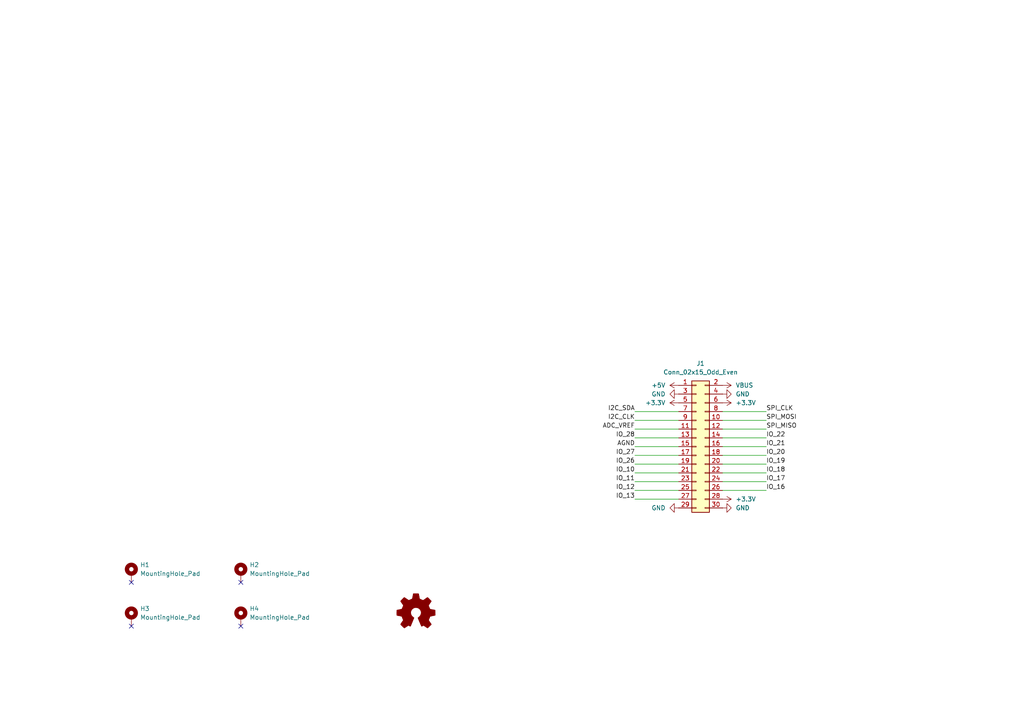
<source format=kicad_sch>
(kicad_sch (version 20250114) (generator "eeschema") (generator_version "9.0")
  (paper "A4")
  (lib_symbols
    (symbol "Connector_Generic:Conn_02x15_Odd_Even" (pin_names (offset 1.016) (hide yes))
      (property "Reference" "J" (at 1.27 20.32 0))
      (property "Value" "Conn_02x15_Odd_Even" (at 1.27 -20.32 0))
      (symbol "Conn_02x15_Odd_Even_1_1"
        (rectangle (start -1.27 19.05) (end 3.81 -19.05) (stroke (width 0.254)) (fill (type background)))
        (rectangle (start -1.27 17.907) (end 0 17.653) (stroke (width 0.1524)))
        (rectangle (start -1.27 15.367) (end 0 15.113) (stroke (width 0.1524)))
        (rectangle (start -1.27 12.827) (end 0 12.573) (stroke (width 0.1524)))
        (rectangle (start -1.27 10.287) (end 0 10.033) (stroke (width 0.1524)))
        (rectangle (start -1.27 7.747) (end 0 7.493) (stroke (width 0.1524)))
        (rectangle (start -1.27 5.207) (end 0 4.953) (stroke (width 0.1524)))
        (rectangle (start -1.27 2.667) (end 0 2.413) (stroke (width 0.1524)))
        (rectangle (start -1.27 0.127) (end 0 -0.127) (stroke (width 0.1524)))
        (rectangle (start -1.27 -2.413) (end 0 -2.667) (stroke (width 0.1524)))
        (rectangle (start -1.27 -4.953) (end 0 -5.207) (stroke (width 0.1524)))
        (rectangle (start -1.27 -7.493) (end 0 -7.747) (stroke (width 0.1524)))
        (rectangle (start -1.27 -10.033) (end 0 -10.287) (stroke (width 0.1524)))
        (rectangle (start -1.27 -12.573) (end 0 -12.827) (stroke (width 0.1524)))
        (rectangle (start -1.27 -15.113) (end 0 -15.367) (stroke (width 0.1524)))
        (rectangle (start -1.27 -17.653) (end 0 -17.907) (stroke (width 0.1524)))
        (rectangle (start 3.81 17.907) (end 2.54 17.653) (stroke (width 0.1524)))
        (rectangle (start 3.81 15.367) (end 2.54 15.113) (stroke (width 0.1524)))
        (rectangle (start 3.81 12.827) (end 2.54 12.573) (stroke (width 0.1524)))
        (rectangle (start 3.81 10.287) (end 2.54 10.033) (stroke (width 0.1524)))
        (rectangle (start 3.81 7.747) (end 2.54 7.493) (stroke (width 0.1524)))
        (rectangle (start 3.81 5.207) (end 2.54 4.953) (stroke (width 0.1524)))
        (rectangle (start 3.81 2.667) (end 2.54 2.413) (stroke (width 0.1524)))
        (rectangle (start 3.81 0.127) (end 2.54 -0.127) (stroke (width 0.1524)))
        (rectangle (start 3.81 -2.413) (end 2.54 -2.667) (stroke (width 0.1524)))
        (rectangle (start 3.81 -4.953) (end 2.54 -5.207) (stroke (width 0.1524)))
        (rectangle (start 3.81 -7.493) (end 2.54 -7.747) (stroke (width 0.1524)))
        (rectangle (start 3.81 -10.033) (end 2.54 -10.287) (stroke (width 0.1524)))
        (rectangle (start 3.81 -12.573) (end 2.54 -12.827) (stroke (width 0.1524)))
        (rectangle (start 3.81 -15.113) (end 2.54 -15.367) (stroke (width 0.1524)))
        (rectangle (start 3.81 -17.653) (end 2.54 -17.907) (stroke (width 0.1524)))
        (pin passive line (at -5.08 17.78 0) (length 3.81) (name "Pin_1") (number "1"))
        (pin passive line (at -5.08 15.24 0) (length 3.81) (name "Pin_3") (number "3"))
        (pin passive line (at -5.08 12.7 0) (length 3.81) (name "Pin_5") (number "5"))
        (pin passive line (at -5.08 10.16 0) (length 3.81) (name "Pin_7") (number "7"))
        (pin passive line (at -5.08 7.62 0) (length 3.81) (name "Pin_9") (number "9"))
        (pin passive line (at -5.08 5.08 0) (length 3.81) (name "Pin_11") (number "11"))
        (pin passive line (at -5.08 2.54 0) (length 3.81) (name "Pin_13") (number "13"))
        (pin passive line (at -5.08 0 0) (length 3.81) (name "Pin_15") (number "15"))
        (pin passive line (at -5.08 -2.54 0) (length 3.81) (name "Pin_17") (number "17"))
        (pin passive line (at -5.08 -5.08 0) (length 3.81) (name "Pin_19") (number "19"))
        (pin passive line (at -5.08 -7.62 0) (length 3.81) (name "Pin_21") (number "21"))
        (pin passive line (at -5.08 -10.16 0) (length 3.81) (name "Pin_23") (number "23"))
        (pin passive line (at -5.08 -12.7 0) (length 3.81) (name "Pin_25") (number "25"))
        (pin passive line (at -5.08 -15.24 0) (length 3.81) (name "Pin_27") (number "27"))
        (pin passive line (at -5.08 -17.78 0) (length 3.81) (name "Pin_29") (number "29"))
        (pin passive line (at 7.62 17.78 180) (length 3.81) (name "Pin_2") (number "2"))
        (pin passive line (at 7.62 15.24 180) (length 3.81) (name "Pin_4") (number "4"))
        (pin passive line (at 7.62 12.7 180) (length 3.81) (name "Pin_6") (number "6"))
        (pin passive line (at 7.62 10.16 180) (length 3.81) (name "Pin_8") (number "8"))
        (pin passive line (at 7.62 7.62 180) (length 3.81) (name "Pin_10") (number "10"))
        (pin passive line (at 7.62 5.08 180) (length 3.81) (name "Pin_12") (number "12"))
        (pin passive line (at 7.62 2.54 180) (length 3.81) (name "Pin_14") (number "14"))
        (pin passive line (at 7.62 0 180) (length 3.81) (name "Pin_16") (number "16"))
        (pin passive line (at 7.62 -2.54 180) (length 3.81) (name "Pin_18") (number "18"))
        (pin passive line (at 7.62 -5.08 180) (length 3.81) (name "Pin_20") (number "20"))
        (pin passive line (at 7.62 -7.62 180) (length 3.81) (name "Pin_22") (number "22"))
        (pin passive line (at 7.62 -10.16 180) (length 3.81) (name "Pin_24") (number "24"))
        (pin passive line (at 7.62 -12.7 180) (length 3.81) (name "Pin_26") (number "26"))
        (pin passive line (at 7.62 -15.24 180) (length 3.81) (name "Pin_28") (number "28"))
        (pin passive line (at 7.62 -17.78 180) (length 3.81) (name "Pin_30") (number "30"))
      )
    )
    (symbol "Graphic:Logo_Open_Hardware_Small" (in_bom no) (on_board no)
      (symbol "Logo_Open_Hardware_Small_0_1"
        (polyline (pts (xy 3.3528 -4.3434) (xy 3.302 -4.318) (xy 3.175 -4.2418) (xy 2.9972 -4.1148) (xy 2.7686 -3.9624) (xy 2.54 -3.81) (xy 2.3622 -3.7084) (xy 2.2352 -3.6068) (xy 2.1844 -3.5814) (xy 2.159 -3.6068) (xy 2.0574 -3.6576) (xy 1.905 -3.7338) (xy 1.8034 -3.7846) (xy 1.6764 -3.8354) (xy 1.6002 -3.8354) (xy 1.6002 -3.8354) (xy 1.5494 -3.7338) (xy 1.4732 -3.5306) (xy 1.3462 -3.302) (xy 1.2446 -3.0226) (xy 1.1176 -2.7178) (xy 0.9652 -2.413) (xy 0.8636 -2.1082) (xy 0.7366 -1.8288) (xy 0.6604 -1.6256) (xy 0.6096 -1.4732) (xy 0.5842 -1.397) (xy 0.5842 -1.397) (xy 0.6604 -1.3208) (xy 0.7874 -1.2446) (xy 1.0414 -1.016) (xy 1.2954 -0.6858) (xy 1.4478 -0.3302) (xy 1.524 0.0762) (xy 1.4732 0.4572) (xy 1.3208 0.8128) (xy 1.0668 1.143) (xy 0.762 1.3716) (xy 0.4064 1.524) (xy 0 1.5748) (xy -0.381 1.5494) (xy -0.7366 1.397) (xy -1.0668 1.143) (xy -1.2192 0.9906) (xy -1.397 0.6604) (xy -1.524 0.3048) (xy -1.524 0.2286) (xy -1.4986 -0.1778) (xy -1.397 -0.5334) (xy -1.1938 -0.8636) (xy -0.9144 -1.143) (xy -0.8636 -1.1684) (xy -0.7366 -1.27) (xy -0.635 -1.3462) (xy -0.5842 -1.397) (xy -1.0668 -2.5908) (xy -1.143 -2.794) (xy -1.2954 -3.1242) (xy -1.397 -3.4036) (xy -1.4986 -3.6322) (xy -1.5748 -3.7846) (xy -1.6002 -3.8354) (xy -1.6002 -3.8354) (xy -1.651 -3.8354) (xy -1.7272 -3.81) (xy -1.905 -3.7338) (xy -2.0066 -3.683) (xy -2.1336 -3.6068) (xy -2.2098 -3.5814) (xy -2.2606 -3.6068) (xy -2.3622 -3.683) (xy -2.54 -3.81) (xy -2.7686 -3.9624) (xy -2.9718 -4.0894) (xy -3.1496 -4.2164) (xy -3.302 -4.318) (xy -3.3528 -4.3434) (xy -3.3782 -4.3434) (xy -3.429 -4.318) (xy -3.5306 -4.2164) (xy -3.7084 -4.064) (xy -3.937 -3.8354) (xy -3.9624 -3.81) (xy -4.1656 -3.6068) (xy -4.318 -3.4544) (xy -4.4196 -3.3274) (xy -4.445 -3.2766) (xy -4.445 -3.2766) (xy -4.4196 -3.2258) (xy -4.318 -3.0734) (xy -4.2164 -2.8956) (xy -4.064 -2.667) (xy -3.6576 -2.0828) (xy -3.8862 -1.5494) (xy -3.937 -1.3716) (xy -4.0386 -1.1684) (xy -4.0894 -1.0414) (xy -4.1148 -0.9652) (xy -4.191 -0.9398) (xy -4.318 -0.9144) (xy -4.5466 -0.8636) (xy -4.8006 -0.8128) (xy -5.0546 -0.7874) (xy -5.2578 -0.7366) (xy -5.4356 -0.7112) (xy -5.5118 -0.6858) (xy -5.5118 -0.6858) (xy -5.5372 -0.635) (xy -5.5372 -0.5588) (xy -5.5372 -0.4318) (xy -5.5626 -0.2286) (xy -5.5626 0.0762) (xy -5.5626 0.127) (xy -5.5372 0.4064) (xy -5.5372 0.635) (xy -5.5372 0.762) (xy -5.5372 0.8382) (xy -5.5372 0.8382) (xy -5.461 0.8382) (xy -5.3086 0.889) (xy -5.08 0.9144) (xy -4.826 0.9652) (xy -4.8006 0.9906) (xy -4.5466 1.0414) (xy -4.318 1.0668) (xy -4.1656 1.1176) (xy -4.0894 1.143) (xy -4.0894 1.143) (xy -4.0386 1.2446) (xy -3.9624 1.4224) (xy -3.8608 1.6256) (xy -3.7846 1.8288) (xy -3.7084 2.0066) (xy -3.6576 2.159) (xy -3.6322 2.2098) (xy -3.6322 2.2098) (xy -3.683 2.286) (xy -3.7592 2.413) (xy -3.8862 2.5908) (xy -4.064 2.8194) (xy -4.064 2.8448) (xy -4.2164 3.0734) (xy -4.3434 3.2512) (xy -4.4196 3.3782) (xy -4.445 3.4544) (xy -4.445 3.4544) (xy -4.3942 3.5052) (xy -4.2926 3.6322) (xy -4.1148 3.81) (xy -3.937 4.0132) (xy -3.8608 4.064) (xy -3.6576 4.2926) (xy -3.5052 4.4196) (xy -3.4036 4.4958) (xy -3.3528 4.5212) (xy -3.3528 4.5212) (xy -3.302 4.4704) (xy -3.1496 4.3688) (xy -2.9718 4.2418) (xy -2.7432 4.0894) (xy -2.7178 4.0894) (xy -2.4892 3.937) (xy -2.3114 3.81) (xy -2.1844 3.7084) (xy -2.1336 3.683) (xy -2.1082 3.683) (xy -2.032 3.7084) (xy -1.8542 3.7592) (xy -1.6764 3.8354) (xy -1.4732 3.937) (xy -1.27 4.0132) (xy -1.143 4.064) (xy -1.0668 4.1148) (xy -1.0668 4.1148) (xy -1.0414 4.191) (xy -1.016 4.3434) (xy -0.9652 4.572) (xy -0.9144 4.8514) (xy -0.889 4.9022) (xy -0.8382 5.1562) (xy -0.8128 5.3848) (xy -0.7874 5.5372) (xy -0.762 5.588) (xy -0.7112 5.6134) (xy -0.5842 5.6134) (xy -0.4064 5.6134) (xy -0.1524 5.6134) (xy 0.0762 5.6134) (xy 0.3302 5.6134) (xy 0.5334 5.6134) (xy 0.6858 5.588) (xy 0.7366 5.588) (xy 0.7366 5.588) (xy 0.762 5.5118) (xy 0.8128 5.334) (xy 0.8382 5.1054) (xy 0.9144 4.826) (xy 0.9144 4.7752) (xy 0.9652 4.5212) (xy 1.016 4.2926) (xy 1.0414 4.1402) (xy 1.0668 4.0894) (xy 1.0668 4.0894) (xy 1.1938 4.0386) (xy 1.3716 3.9624) (xy 1.5748 3.8608) (xy 2.0828 3.6576) (xy 2.7178 4.0894) (xy 2.7686 4.1402) (xy 2.9972 4.2926) (xy 3.175 4.4196) (xy 3.302 4.4958) (xy 3.3782 4.5212) (xy 3.3782 4.5212) (xy 3.429 4.4704) (xy 3.556 4.3434) (xy 3.7338 4.191) (xy 3.9116 3.9878) (xy 4.064 3.8354) (xy 4.2418 3.6576) (xy 4.3434 3.556) (xy 4.4196 3.4798) (xy 4.4196 3.429) (xy 4.4196 3.4036) (xy 4.3942 3.3274) (xy 4.2926 3.2004) (xy 4.1656 2.9972) (xy 4.0132 2.794) (xy 3.8862 2.5908) (xy 3.7592 2.3876) (xy 3.6576 2.2352) (xy 3.6322 2.159) (xy 3.6322 2.1336) (xy 3.683 2.0066) (xy 3.7592 1.8288) (xy 3.8608 1.6002) (xy 4.064 1.1176) (xy 4.3942 1.0414) (xy 4.5974 1.016) (xy 4.8768 0.9652) (xy 5.1308 0.9144) (xy 5.5372 0.8382) (xy 5.5626 -0.6604) (xy 5.4864 -0.6858) (xy 5.4356 -0.6858) (xy 5.2832 -0.7366) (xy 5.0546 -0.762) (xy 4.8006 -0.8128) (xy 4.5974 -0.8636) (xy 4.3688 -0.9144) (xy 4.2164 -0.9398) (xy 4.1402 -0.9398) (xy 4.1148 -0.9652) (xy 4.064 -1.0668) (xy 3.9878 -1.2446) (xy 3.9116 -1.4478) (xy 3.81 -1.651) (xy 3.7338 -1.8542) (xy 3.683 -2.0066) (xy 3.6576 -2.0828) (xy 3.683 -2.1336) (xy 3.7846 -2.2606) (xy 3.8862 -2.4638) (xy 4.0386 -2.667) (xy 4.191 -2.8956) (xy 4.318 -3.0734) (xy 4.3942 -3.2004) (xy 4.445 -3.2766) (xy 4.4196 -3.3274) (xy 4.3434 -3.429) (xy 4.1656 -3.5814) (xy 3.937 -3.8354) (xy 3.8862 -3.8608) (xy 3.683 -4.064) (xy 3.5306 -4.2164) (xy 3.4036 -4.318) (xy 3.3528 -4.3434)) (fill (type outline)))
      )
    )
    (symbol "Mechanical:MountingHole_Pad" (pin_numbers (hide yes)) (pin_names (offset 1.016) (hide yes)) (exclude_from_sim yes) (in_bom no)
      (property "Reference" "H" (at 0 6.35 0))
      (property "Value" "MountingHole_Pad" (at 0 4.445 0))
      (symbol "MountingHole_Pad_0_1"
        (circle (center 0 1.27) (radius 1.27) (stroke (width 1.27)))
      )
      (symbol "MountingHole_Pad_1_1"
        (pin input line (at 0 -2.54 90) (length 2.54) (name "1") (number "1"))
      )
    )
    (symbol "power:+3.3V" (power) (pin_numbers (hide yes)) (pin_names (offset 0) (hide yes))
      (property "Value" "+3.3V" (at 0 3.556 0))
      (symbol "+3.3V_0_1"
        (polyline (pts (xy -0.762 1.27) (xy 0 2.54)))
        (polyline (pts (xy 0 2.54) (xy 0.762 1.27)))
        (polyline (pts (xy 0 0) (xy 0 2.54)))
      )
      (symbol "+3.3V_1_1"
        (pin power_in line (at 0 0 90) (length 0) (name "~") (number "1"))
      )
    )
    (symbol "power:+5V" (power) (pin_numbers (hide yes)) (pin_names (offset 0) (hide yes))
      (property "Value" "+5V" (at 0 3.556 0))
      (symbol "+5V_0_1"
        (polyline (pts (xy -0.762 1.27) (xy 0 2.54)))
        (polyline (pts (xy 0 2.54) (xy 0.762 1.27)))
        (polyline (pts (xy 0 0) (xy 0 2.54)))
      )
      (symbol "+5V_1_1"
        (pin power_in line (at 0 0 90) (length 0) (name "~") (number "1"))
      )
    )
    (symbol "power:GND" (power) (pin_numbers (hide yes)) (pin_names (offset 0) (hide yes))
      (property "Value" "GND" (at 0 -3.81 0))
      (symbol "GND_0_1"
        (polyline (pts (xy 0 0) (xy 0 -1.27) (xy 1.27 -1.27) (xy 0 -2.54) (xy -1.27 -1.27) (xy 0 -1.27)))
      )
      (symbol "GND_1_1"
        (pin power_in line (at 0 0 270) (length 0) (name "~") (number "1"))
      )
    )
    (symbol "power:VBUS" (power) (pin_numbers (hide yes)) (pin_names (offset 0) (hide yes))
      (property "Value" "VBUS" (at 0 3.556 0))
      (symbol "VBUS_0_1"
        (polyline (pts (xy -0.762 1.27) (xy 0 2.54)))
        (polyline (pts (xy 0 2.54) (xy 0.762 1.27)))
        (polyline (pts (xy 0 0) (xy 0 2.54)))
      )
      (symbol "VBUS_1_1"
        (pin power_in line (at 0 0 90) (length 0) (name "~") (number "1"))
      )
    )
  )
  (no_connect (at 38.1 168.91))
  (no_connect (at 38.1 181.61))
  (no_connect (at 69.85 168.91))
  (no_connect (at 69.85 181.61))
  (wire (pts (xy 209.55 129.54) (xy 222.25 129.54)))
  (wire (pts (xy 184.15 139.7) (xy 196.85 139.7)))
  (wire (pts (xy 209.55 134.62) (xy 222.25 134.62)))
  (wire (pts (xy 184.15 127) (xy 196.85 127)))
  (wire (pts (xy 209.55 121.92) (xy 222.25 121.92)))
  (wire (pts (xy 209.55 124.46) (xy 222.25 124.46)))
  (wire (pts (xy 209.55 119.38) (xy 222.25 119.38)))
  (wire (pts (xy 209.55 132.08) (xy 222.25 132.08)))
  (wire (pts (xy 184.15 137.16) (xy 196.85 137.16)))
  (wire (pts (xy 184.15 121.92) (xy 196.85 121.92)))
  (wire (pts (xy 209.55 139.7) (xy 222.25 139.7)))
  (wire (pts (xy 184.15 129.54) (xy 196.85 129.54)))
  (wire (pts (xy 184.15 124.46) (xy 196.85 124.46)))
  (wire (pts (xy 184.15 132.08) (xy 196.85 132.08)))
  (wire (pts (xy 209.55 137.16) (xy 222.25 137.16)))
  (wire (pts (xy 184.15 119.38) (xy 196.85 119.38)))
  (wire (pts (xy 184.15 142.24) (xy 196.85 142.24)))
  (wire (pts (xy 209.55 142.24) (xy 222.25 142.24)))
  (wire (pts (xy 209.55 127) (xy 222.25 127)))
  (wire (pts (xy 184.15 144.78) (xy 196.85 144.78)))
  (wire (pts (xy 184.15 134.62) (xy 196.85 134.62)))
  (label "IO_20" (at 222.25 132.08 0))
  (label "SPI_CLK" (at 222.25 119.38 0))
  (label "IO_19" (at 222.25 134.62 0))
  (label "AGND" (at 184.15 129.54 180))
  (label "IO_27" (at 184.15 132.08 180))
  (label "IO_28" (at 184.15 127 180))
  (label "IO_22" (at 222.25 127 0))
  (label "IO_13" (at 184.15 144.78 180))
  (label "IO_26" (at 184.15 134.62 180))
  (label "I2C_CLK" (at 184.15 121.92 180))
  (label "IO_11" (at 184.15 139.7 180))
  (label "IO_18" (at 222.25 137.16 0))
  (label "SPI_MISO" (at 222.25 124.46 0))
  (label "ADC_VREF" (at 184.15 124.46 180))
  (label "SPI_MOSI" (at 222.25 121.92 0))
  (label "IO_16" (at 222.25 142.24 0))
  (label "IO_21" (at 222.25 129.54 0))
  (label "IO_12" (at 184.15 142.24 180))
  (label "IO_17" (at 222.25 139.7 0))
  (label "IO_10" (at 184.15 137.16 180))
  (label "I2C_SDA" (at 184.15 119.38 180))
  (symbol (lib_id "Graphic:Logo_Open_Hardware_Small") (at 120.65 177.8 0) (unit 1) (exclude_from_sim yes) (in_bom no) (on_board no)
    (property "Reference" "#SYM1" (effects (hide yes)))
    (property "Value" "Logo_Open_Hardware_Small" (effects (hide yes)))
    (property "Description" "Open Hardware logo, small" (effects (hide yes)))
  )
  (symbol (lib_id "power:+3.3V") (at 196.85 116.84 90) (unit 1)
    (property "Reference" "#PWR06" (effects (hide yes)))
    (property "Value" "+3.3V" (at 193.04 116.8401 90) (effects (justify left)))
    (property "Description" "Power symbol creates a global label with name \"+3.3V\"" (effects (hide yes)))
  )
  (symbol (lib_id "power:VBUS") (at 209.55 111.76 270) (unit 1)
    (property "Reference" "#PWR08" (effects (hide yes)))
    (property "Value" "VBUS" (at 213.36 111.7599 90) (effects (justify left)))
    (property "Description" "Power symbol creates a global label with name \"VBUS\"" (effects (hide yes)))
  )
  (symbol (lib_id "power:GND") (at 209.55 114.3 90) (unit 1)
    (property "Reference" "#PWR05" (effects (hide yes)))
    (property "Value" "GND" (at 213.36 114.2999 90) (effects (justify right)))
    (property "Description" "Power symbol creates a global label with name \"GND\" , ground" (effects (hide yes)))
  )
  (symbol (lib_id "Mechanical:MountingHole_Pad") (at 69.85 179.07 0) (unit 1) (exclude_from_sim yes) (in_bom no)
    (property "Reference" "H4" (at 72.39 176.5299 0) (effects (justify left)))
    (property "Value" "MountingHole_Pad" (at 72.39 179.0699 0) (effects (justify left)))
    (property "Footprint" "MountingHole:MountingHole_3.2mm_M3_Pad_Via" (effects (hide yes)))
    (property "Description" "Mounting Hole with connection" (effects (hide yes)))
  )
  (symbol (lib_id "power:GND") (at 196.85 147.32 270) (unit 1)
    (property "Reference" "#PWR019" (effects (hide yes)))
    (property "Value" "GND" (at 193.04 147.3199 90) (effects (justify right)))
    (property "Description" "Power symbol creates a global label with name \"GND\" , ground" (effects (hide yes)))
  )
  (symbol (lib_id "Connector_Generic:Conn_02x15_Odd_Even") (at 201.93 129.54 0) (unit 1)
    (property "Reference" "J1" (at 203.2 105.41 0))
    (property "Value" "Conn_02x15_Odd_Even" (at 203.2 107.95 0))
    (property "Footprint" "Connector_PinSocket_2.54mm:PinSocket_2x15_P2.54mm_Vertical" (effects (hide yes)))
    (property "Description" "Generic connector, double row, 02x15, odd/even pin numbering scheme (row 1 odd numbers, row 2 even numbers), script generated (kicad-library-utils/schlib/autogen/connector/)" (effects (hide yes)))
  )
  (symbol (lib_id "Mechanical:MountingHole_Pad") (at 38.1 166.37 0) (unit 1) (exclude_from_sim yes) (in_bom no)
    (property "Reference" "H1" (at 40.64 163.8299 0) (effects (justify left)))
    (property "Value" "MountingHole_Pad" (at 40.64 166.3699 0) (effects (justify left)))
    (property "Footprint" "MountingHole:MountingHole_3.2mm_M3_Pad_Via" (effects (hide yes)))
    (property "Description" "Mounting Hole with connection" (effects (hide yes)))
  )
  (symbol (lib_id "Mechanical:MountingHole_Pad") (at 38.1 179.07 0) (unit 1) (exclude_from_sim yes) (in_bom no)
    (property "Reference" "H3" (at 40.64 176.5299 0) (effects (justify left)))
    (property "Value" "MountingHole_Pad" (at 40.64 179.0699 0) (effects (justify left)))
    (property "Footprint" "MountingHole:MountingHole_3.2mm_M3_Pad_Via" (effects (hide yes)))
    (property "Description" "Mounting Hole with connection" (effects (hide yes)))
  )
  (symbol (lib_id "Mechanical:MountingHole_Pad") (at 69.85 166.37 0) (unit 1) (exclude_from_sim yes) (in_bom no)
    (property "Reference" "H2" (at 72.39 163.8299 0) (effects (justify left)))
    (property "Value" "MountingHole_Pad" (at 72.39 166.3699 0) (effects (justify left)))
    (property "Footprint" "MountingHole:MountingHole_3.2mm_M3_Pad_Via" (effects (hide yes)))
    (property "Description" "Mounting Hole with connection" (effects (hide yes)))
  )
  (symbol (lib_id "power:+3.3V") (at 209.55 144.78 270) (unit 1)
    (property "Reference" "#PWR021" (effects (hide yes)))
    (property "Value" "+3.3V" (at 213.36 144.7799 90) (effects (justify left)))
    (property "Description" "Power symbol creates a global label with name \"+3.3V\"" (effects (hide yes)))
  )
  (symbol (lib_id "power:GND") (at 196.85 114.3 270) (unit 1)
    (property "Reference" "#PWR013" (effects (hide yes)))
    (property "Value" "GND" (at 193.04 114.2999 90) (effects (justify right)))
    (property "Description" "Power symbol creates a global label with name \"GND\" , ground" (effects (hide yes)))
  )
  (symbol (lib_id "power:+5V") (at 196.85 111.76 90) (unit 1)
    (property "Reference" "#PWR07" (effects (hide yes)))
    (property "Value" "+5V" (at 193.04 111.7599 90) (effects (justify left)))
    (property "Description" "Power symbol creates a global label with name \"+5V\"" (effects (hide yes)))
  )
  (symbol (lib_id "power:GND") (at 209.55 147.32 90) (unit 1)
    (property "Reference" "#PWR020" (effects (hide yes)))
    (property "Value" "GND" (at 213.36 147.3199 90) (effects (justify right)))
    (property "Description" "Power symbol creates a global label with name \"GND\" , ground" (effects (hide yes)))
  )
  (symbol (lib_id "power:+3.3V") (at 209.55 116.84 270) (unit 1)
    (property "Reference" "#PWR018" (effects (hide yes)))
    (property "Value" "+3.3V" (at 213.36 116.8399 90) (effects (justify left)))
    (property "Description" "Power symbol creates a global label with name \"+3.3V\"" (effects (hide yes)))
  )
)
</source>
